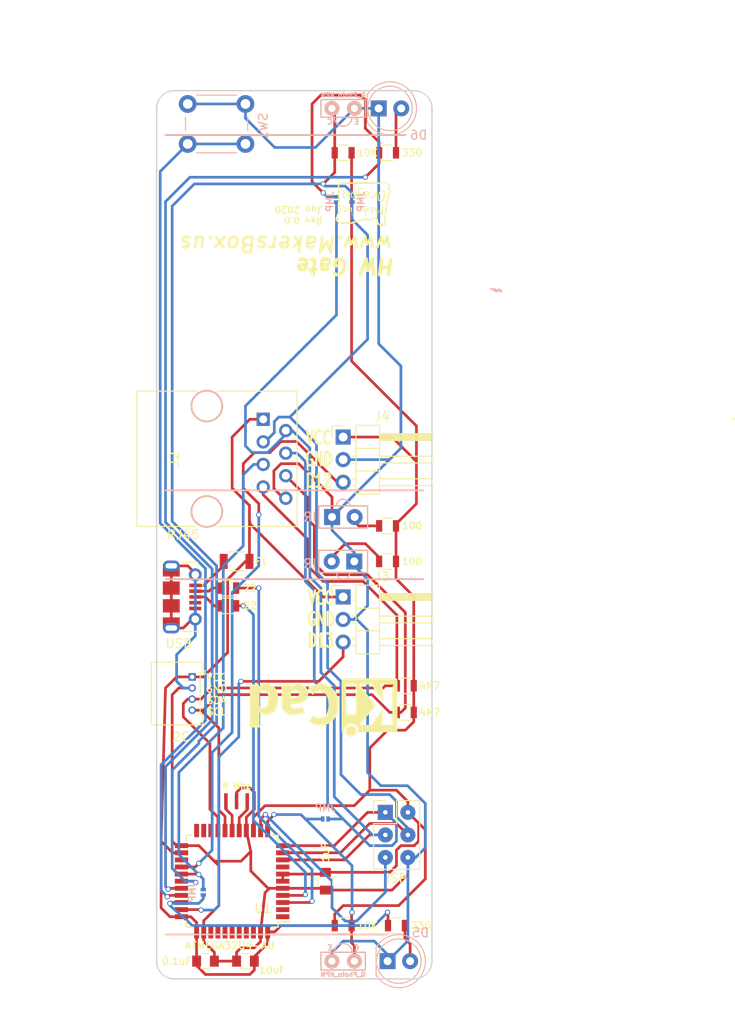
<source format=kicad_pcb>
(kicad_pcb (version 4) (host pcbnew 4.0.6)
  (title_block (title "Beetje 32U4 Blok") (date 2018-08-10) (rev 0.0) (company www.MakersBox.us) (comment 1 648.ken@gmail.com))
  (layers (0 F.Cu signal) (31 B.Cu signal) (34 B.Paste user) (35 F.Paste user) (36 B.SilkS user) (37 F.SilkS user) (38 B.Mask user) (39 F.Mask user) (44 Edge.Cuts user))
  (net 0 "")
  (net 1 GND)
  (net 2 /AREF)
  (net 3 /D6)
  (net 4 /D8)
  (net 5 /D13)
  (net 6 /D12)
  (net 7 /D11)
  (net 8 /D10)
  (net 9 /D9)
  (net 10 /D7)
  (net 11 /SCL)
  (net 12 /SDA)
  (net 13 /D1)
  (net 14 /D0)
  (net 15 /A0)
  (net 16 /A1)
  (net 17 /A2)
  (net 18 /A3)
  (net 19 /A4)
  (net 20 /A5)
  (net 21 /SCK)
  (net 22 /MOSI)
  (net 23 /MISO)
  (net 24 "Net-(U1-Pad2)")
  (net 25 "Net-(U1-Pad16)")
  (net 26 "Net-(U1-Pad17)")
  (net 27 /D5)
  (net 28 /~RESET)
  (net 29 /D+)
  (net 30 /D-)
  (net 31 VCC)
  (net 32 "Net-(F1-Pad2)")
  (net 33 "Net-(R6-Pad2)")
  (net 34 "Net-(R7-Pad2)")
  (net 35 "Net-(X1-Pad4)")
  (net 36 "Net-(D6-Pad2)")
  (net 37 "Net-(D7-Pad2)")
  (net 38 "Net-(D8-Pad2)")
  (net 39 "Net-(U1-Pad8)")
  (net 40 "Net-(U1-Pad22)")
  (net 41 "Net-(D5-Pad2)")
  (net 42 "Net-(U1-Pad25)")
  (module beetje_footprints:Pin_Header_Straight_2x03_Pitch2.54mm (layer F.Cu) (at 66.024 117.469)
    (fp_text reference CON1 hide)
    (fp_text value ISP (at 1.27 7.41) (layer F.SilkS))
    (pad 1 thru_hole rect (at 0 0) (size 1.7 1.7) (drill 0.508) (layers *.Cu F.Mask) (net 23 /MISO))
    (pad 2 thru_hole oval (at 2.54 0) (size 1.7 1.7) (drill 0.508) (layers *.Cu F.Mask) (net 31 VCC))
    (pad 3 thru_hole oval (at 0 2.54) (size 1.7 1.7) (drill 0.508) (layers *.Cu F.Mask) (net 21 /SCK))
    (pad 4 thru_hole oval (at 2.54 2.54) (size 1.7 1.7) (drill 0.508) (layers *.Cu F.Mask) (net 22 /MOSI))
    (pad 5 thru_hole oval (at 0 5.08) (size 1.7 1.7) (drill 0.508) (layers *.Cu F.Mask) (net 28 /~RESET))
    (pad 6 thru_hole oval (at 2.54 5.08) (size 1.7 1.7) (drill 0.508) (layers *.Cu F.Mask) (net 1 GND))
  )
  (module myFootPrints:MadeInOregonRev25 (layer B.Cu) (at 63.524 48.969)
    (fp_text reference VAL hide)
    (fp_text value MadeInOregonRev25 hide)
  )
  (module footprints:KiCad-Logo2_8mm_SilkScreen (layer F.Cu) (at 59.024 104.969 180)
    (fp_text reference REF*** hide)
    (fp_text value KiCad-Logo2_8mm_SilkScreen hide)
  )
  (module beetje_footprints:R_1206 (layer F.Cu) (at 49.274 89.219 180)
    (fp_text reference F1 (at -2.75 0 180) (layer F.SilkS) (effects (font (size 0.75 0.75))))
    (fp_text value Polyfuse)
    (pad 1 smd rect (at -1.45 0 180) (size 0.9 1.7) (layers F.Cu F.Paste F.Mask) (net 31 VCC))
    (pad 2 smd rect (at 1.45 0 180) (size 0.9 1.7) (layers F.Cu F.Paste F.Mask) (net 32 "Net-(F1-Pad2)"))
  )
  (module beetje_footprints:TQFP-44_10x10mm_Pitch0.8mm (layer F.Cu) (at 48.774 125.219 180)
    (fp_text reference U1 (at -3.4925 -3.048 180) (layer F.SilkS))
    (fp_text value ATMEGA32U4-AU (at 0.25 -7.25 180) (layer F.SilkS) (effects (font (size 0.8 0.8))))
    (pad 1 smd rect (at -5.7 -4 180) (size 1.5 0.55) (layers F.Cu F.Paste F.Mask) (net 10 /D7))
    (pad 2 smd rect (at -5.7 -3.2 180) (size 1.5 0.55) (layers F.Cu F.Paste F.Mask) (net 24 "Net-(U1-Pad2)"))
    (pad 3 smd rect (at -5.7 -2.4 180) (size 1.5 0.55) (layers F.Cu F.Paste F.Mask) (net 30 /D-))
    (pad 4 smd rect (at -5.7 -1.6 180) (size 1.5 0.55) (layers F.Cu F.Paste F.Mask) (net 29 /D+))
    (pad 5 smd rect (at -5.7 -0.8 180) (size 1.5 0.55) (layers F.Cu F.Paste F.Mask) (net 1 GND))
    (pad 6 smd rect (at -5.7 0 180) (size 1.5 0.55) (layers F.Cu F.Paste F.Mask) (net 31 VCC))
    (pad 7 smd rect (at -5.7 0.8 180) (size 1.5 0.55) (layers F.Cu F.Paste F.Mask) (net 31 VCC))
    (pad 8 smd rect (at -5.7 1.6 180) (size 1.5 0.55) (layers F.Cu F.Paste F.Mask) (net 39 "Net-(U1-Pad8)"))
    (pad 9 smd rect (at -5.7 2.4 180) (size 1.5 0.55) (layers F.Cu F.Paste F.Mask) (net 21 /SCK))
    (pad 10 smd rect (at -5.7 3.2 180) (size 1.5 0.55) (layers F.Cu F.Paste F.Mask) (net 22 /MOSI))
    (pad 11 smd rect (at -5.7 4 180) (size 1.5 0.55) (layers F.Cu F.Paste F.Mask) (net 23 /MISO))
    (pad 12 smd rect (at -4 5.7 270) (size 1.5 0.55) (layers F.Cu F.Paste F.Mask) (net 7 /D11))
    (pad 13 smd rect (at -3.2 5.7 270) (size 1.5 0.55) (layers F.Cu F.Paste F.Mask) (net 28 /~RESET))
    (pad 14 smd rect (at -2.4 5.7 270) (size 1.5 0.55) (layers F.Cu F.Paste F.Mask) (net 31 VCC))
    (pad 15 smd rect (at -1.6 5.7 270) (size 1.5 0.55) (layers F.Cu F.Paste F.Mask) (net 1 GND))
    (pad 16 smd rect (at -0.8 5.7 270) (size 1.5 0.55) (layers F.Cu F.Paste F.Mask) (net 25 "Net-(U1-Pad16)"))
    (pad 17 smd rect (at 0 5.7 270) (size 1.5 0.55) (layers F.Cu F.Paste F.Mask) (net 26 "Net-(U1-Pad17)"))
    (pad 18 smd rect (at 0.8 5.7 270) (size 1.5 0.55) (layers F.Cu F.Paste F.Mask) (net 11 /SCL))
    (pad 19 smd rect (at 1.6 5.7 270) (size 1.5 0.55) (layers F.Cu F.Paste F.Mask) (net 12 /SDA))
    (pad 20 smd rect (at 2.4 5.7 270) (size 1.5 0.55) (layers F.Cu F.Paste F.Mask) (net 14 /D0))
    (pad 21 smd rect (at 3.2 5.7 270) (size 1.5 0.55) (layers F.Cu F.Paste F.Mask) (net 13 /D1))
    (pad 22 smd rect (at 4 5.7 270) (size 1.5 0.55) (layers F.Cu F.Paste F.Mask) (net 40 "Net-(U1-Pad22)"))
    (pad 23 smd rect (at 5.7 4 180) (size 1.5 0.55) (layers F.Cu F.Paste F.Mask) (net 1 GND))
    (pad 24 smd rect (at 5.7 3.2 180) (size 1.5 0.55) (layers F.Cu F.Paste F.Mask) (net 31 VCC))
    (pad 25 smd rect (at 5.7 2.4 180) (size 1.5 0.55) (layers F.Cu F.Paste F.Mask) (net 42 "Net-(U1-Pad25)"))
    (pad 26 smd rect (at 5.7 1.6 180) (size 1.5 0.55) (layers F.Cu F.Paste F.Mask) (net 6 /D12))
    (pad 27 smd rect (at 5.7 0.8 180) (size 1.5 0.55) (layers F.Cu F.Paste F.Mask) (net 3 /D6))
    (pad 28 smd rect (at 5.7 0 180) (size 1.5 0.55) (layers F.Cu F.Paste F.Mask) (net 4 /D8))
    (pad 29 smd rect (at 5.7 -0.8 180) (size 1.5 0.55) (layers F.Cu F.Paste F.Mask) (net 9 /D9))
    (pad 30 smd rect (at 5.7 -1.6 180) (size 1.5 0.55) (layers F.Cu F.Paste F.Mask) (net 8 /D10))
    (pad 31 smd rect (at 5.7 -2.4 180) (size 1.5 0.55) (layers F.Cu F.Paste F.Mask) (net 27 /D5))
    (pad 32 smd rect (at 5.7 -3.2 180) (size 1.5 0.55) (layers F.Cu F.Paste F.Mask) (net 5 /D13))
    (pad 33 smd rect (at 5.7 -4 180) (size 1.5 0.55) (layers F.Cu F.Paste F.Mask) (net 31 VCC))
    (pad 34 smd rect (at 4 -5.7 270) (size 1.5 0.55) (layers F.Cu F.Paste F.Mask) (net 31 VCC))
    (pad 35 smd rect (at 3.2 -5.7 270) (size 1.5 0.55) (layers F.Cu F.Paste F.Mask) (net 1 GND))
    (pad 36 smd rect (at 2.4 -5.7 270) (size 1.5 0.55) (layers F.Cu F.Paste F.Mask) (net 15 /A0))
    (pad 37 smd rect (at 1.6 -5.7 270) (size 1.5 0.55) (layers F.Cu F.Paste F.Mask) (net 16 /A1))
    (pad 38 smd rect (at 0.8 -5.7 270) (size 1.5 0.55) (layers F.Cu F.Paste F.Mask) (net 17 /A2))
    (pad 39 smd rect (at 0 -5.7 270) (size 1.5 0.55) (layers F.Cu F.Paste F.Mask) (net 18 /A3))
    (pad 40 smd rect (at -0.8 -5.7 270) (size 1.5 0.55) (layers F.Cu F.Paste F.Mask) (net 19 /A4))
    (pad 41 smd rect (at -1.6 -5.7 270) (size 1.5 0.55) (layers F.Cu F.Paste F.Mask) (net 20 /A5))
    (pad 42 smd rect (at -2.4 -5.7 270) (size 1.5 0.55) (layers F.Cu F.Paste F.Mask) (net 2 /AREF))
    (pad 43 smd rect (at -3.2 -5.7 270) (size 1.5 0.55) (layers F.Cu F.Paste F.Mask) (net 1 GND))
    (pad 44 smd rect (at -4 -5.7 270) (size 1.5 0.55) (layers F.Cu F.Paste F.Mask) (net 31 VCC))
  )
  (module beetje_footprints:USB_Micro-B_Molex-105017-0001 (layer F.Cu) (at 42.274 93.219 270)
    (fp_text reference X1 hide)
    (fp_text value USB (at 5.25 -0.5 360) (layer F.SilkS))
    (pad 6 smd rect (at 1 0.35 270) (size 1.5 1.9) (layers F.Cu F.Paste F.Mask) (net 1 GND))
    (pad 6 thru_hole circle (at -2.5 -2.35 270) (size 1.45 1.45) (drill 0.85) (layers *.Cu *.Mask) (net 1 GND))
    (pad 2 smd rect (at -0.65 -2.35 270) (size 0.4 1.35) (layers F.Cu F.Paste F.Mask) (net 34 "Net-(R7-Pad2)"))
    (pad 1 smd rect (at -1.3 -2.35 270) (size 0.4 1.35) (layers F.Cu F.Paste F.Mask) (net 32 "Net-(F1-Pad2)"))
    (pad 5 smd rect (at 1.3 -2.35 270) (size 0.4 1.35) (layers F.Cu F.Paste F.Mask) (net 1 GND))
    (pad 4 smd rect (at 0.65 -2.35 270) (size 0.4 1.35) (layers F.Cu F.Paste F.Mask) (net 35 "Net-(X1-Pad4)"))
    (pad 3 smd rect (at 0 -2.35 270) (size 0.4 1.35) (layers F.Cu F.Paste F.Mask) (net 33 "Net-(R6-Pad2)"))
    (pad 6 thru_hole circle (at 2.5 -2.35 270) (size 1.45 1.45) (drill 0.85) (layers *.Cu *.Mask) (net 1 GND))
    (pad 6 smd rect (at -1 0.35 270) (size 1.5 1.9) (layers F.Cu F.Paste F.Mask) (net 1 GND))
    (pad 6 thru_hole oval (at -3.5 0.35 90) (size 1.2 1.9) (drill oval 0.6 1.3) (layers *.Cu *.Mask) (net 1 GND))
    (pad 6 thru_hole oval (at 3.5 0.35 270) (size 1.2 1.9) (drill oval 0.6 1.3) (layers *.Cu *.Mask) (net 1 GND))
    (pad 6 smd rect (at 2.9 0.35 270) (size 1.2 1.9) (layers F.Cu F.Mask) (net 1 GND))
    (pad 6 smd rect (at -2.9 0.35 270) (size 1.2 1.9) (layers F.Cu F.Mask) (net 1 GND))
  )
  (module beetje_footprints:Resonator_SMD_CTSC_1.3mmx3.2mm (layer F.Cu) (at 49.274 116.219)
    (fp_text reference Y1 hide)
    (fp_text value "8 Mhz" (at 0 -1.75) (layer F.SilkS) (effects (font (size 0.7 0.7))))
    (pad 1 smd rect (at -1.2 0) (size 0.4 1.8) (layers F.Cu F.Paste F.Mask) (net 26 "Net-(U1-Pad17)"))
    (pad 2 smd rect (at 0 0) (size 0.4 1.8) (layers F.Cu F.Paste F.Mask) (net 1 GND))
    (pad 3 smd rect (at 1.2 0) (size 0.4 1.8) (layers F.Cu F.Paste F.Mask) (net 25 "Net-(U1-Pad16)"))
  )
  (module Connectors_Molex:Molex_PicoBlade_53048-0410_04x1.25mm_Angled (layer F.Cu) (at 44.274 102.219 270)
    (fp_text reference J1 hide)
    (fp_text value I2C (at 6.75 1.5 360) (layer F.SilkS))
    (pad 1 thru_hole rect (at 0 0 270) (size 0.85 0.85) (drill 0.5) (layers *.Cu *.Mask) (net 31 VCC))
    (pad 2 thru_hole circle (at 1.25 0 270) (size 0.85 0.85) (drill 0.5) (layers *.Cu *.Mask) (net 1 GND))
    (pad 3 thru_hole circle (at 2.5 0 270) (size 0.85 0.85) (drill 0.5) (layers *.Cu *.Mask) (net 12 /SDA))
    (pad 4 thru_hole circle (at 3.75 0 270) (size 0.85 0.85) (drill 0.5) (layers *.Cu *.Mask) (net 11 /SCL))
  )
  (module Connectors:RJ45_8 (layer F.Cu) (at 52.274 73.219 270)
    (fp_text reference J2 (at 4.5 10 270) (layer F.SilkS))
    (fp_text value RJ45 (at 13 9 360) (layer F.SilkS))
    (pad Hole np_thru_hole circle (at 10.38 6.35 270) (size 3.65 3.65) (drill 3.25) (layers *.Cu *.SilkS *.Mask))
    (pad Hole np_thru_hole circle (at -1.49 6.35 270) (size 3.65 3.65) (drill 3.25) (layers *.Cu *.SilkS *.Mask))
    (pad 1 thru_hole rect (at 0 0 270) (size 1.5 1.5) (drill 0.9) (layers *.Cu *.Mask) (net 31 VCC))
    (pad 2 thru_hole circle (at 1.27 -2.54 270) (size 1.5 1.5) (drill 0.9) (layers *.Cu *.Mask) (net 21 /SCK))
    (pad 3 thru_hole circle (at 2.54 0 270) (size 1.5 1.5) (drill 0.9) (layers *.Cu *.Mask) (net 22 /MOSI))
    (pad 4 thru_hole circle (at 3.81 -2.54 270) (size 1.5 1.5) (drill 0.9) (layers *.Cu *.Mask) (net 23 /MISO))
    (pad 5 thru_hole circle (at 5.08 0 270) (size 1.5 1.5) (drill 0.9) (layers *.Cu *.Mask) (net 3 /D6))
    (pad 6 thru_hole circle (at 6.35 -2.54 270) (size 1.5 1.5) (drill 0.9) (layers *.Cu *.Mask) (net 11 /SCL))
    (pad 7 thru_hole circle (at 7.62 0 270) (size 1.5 1.5) (drill 0.9) (layers *.Cu *.Mask) (net 12 /SDA))
    (pad 8 thru_hole circle (at 8.89 -2.54 270) (size 1.5 1.5) (drill 0.9) (layers *.Cu *.Mask) (net 1 GND))
  )
  (module Buttons_Switches_THT:SW_PUSH_6mm (layer B.Cu) (at 50.274 37.719 180)
    (fp_text reference SW1 (at -2 -2.5 270) (layer B.SilkS) (effects (justify mirror)))
    (fp_text value D4)
    (pad 2 thru_hole circle (at 0 -4.5 90) (size 2 2) (drill 1.1) (layers *.Cu *.Mask) (net 8 /D10))
    (pad 1 thru_hole circle (at 0 0 90) (size 2 2) (drill 1.1) (layers *.Cu *.Mask) (net 1 GND))
    (pad 2 thru_hole circle (at 6.5 -4.5 90) (size 2 2) (drill 1.1) (layers *.Cu *.Mask) (net 8 /D10))
    (pad 1 thru_hole circle (at 6.5 0 90) (size 2 2) (drill 1.1) (layers *.Cu *.Mask) (net 1 GND))
  )
  (module footprints:PHOTOTRANS (layer B.Cu) (at 61.274 134.219)
    (fp_text reference Q2 hide)
    (fp_text value Q_Photo_NPN (at 0 1.5) (layer B.SilkS) (effects (font (size 0.508 0.508) (thickness 0.127)) (justify mirror)))
    (fp_text user E (at -1.5 -1.5) (layer B.SilkS) (effects (font (size 0.6 0.6)) (justify mirror)))
    (fp_text user C (at 1.5 -1.5) (layer B.SilkS) (effects (font (size 0.6 0.6)) (justify mirror)))
    (pad 2 thru_hole circle (at -1.27 0) (size 1.6764 1.6764) (drill 0.8128) (layers *.Cu *.Mask B.SilkS) (net 1 GND))
    (pad 1 thru_hole circle (at 1.27 0 315) (size 1.6764 1.6764) (drill 0.8128) (layers *.Cu *.Mask B.SilkS) (net 7 /D11))
  )
  (module footprints:PHOTOTRANS (layer B.Cu) (at 61.274 38.219 180)
    (fp_text reference Q1 hide)
    (fp_text value Q_Photo_NPN (at 0 1.5 180) (layer B.SilkS) (effects (font (size 0.508 0.508) (thickness 0.127)) (justify mirror)))
    (fp_text user E (at -1.5 -1.5 180) (layer B.SilkS) (effects (font (size 0.6 0.6)) (justify mirror)))
    (fp_text user C (at 1.5 -1.5 180) (layer B.SilkS) (effects (font (size 0.6 0.6)) (justify mirror)))
    (pad 2 thru_hole circle (at -1.27 0 180) (size 1.6764 1.6764) (drill 0.8128) (layers *.Cu *.Mask B.SilkS) (net 1 GND))
    (pad 1 thru_hole circle (at 1.27 0 135) (size 1.6764 1.6764) (drill 0.8128) (layers *.Cu *.Mask B.SilkS) (net 4 /D8))
  )
  (module footprints:IR_LED (layer B.Cu) (at 62.524 89.219 180)
    (fp_text reference D8 hide)
    (fp_text value IR (at 5 -0.25 180) (layer B.SilkS) (effects (justify mirror)))
    (pad 1 thru_hole rect (at 0 0 180) (size 1.8 1.8) (drill 0.9) (layers *.Cu *.Mask) (net 1 GND))
    (pad 2 thru_hole circle (at 2.54 0 180) (size 1.8 1.8) (drill 0.9) (layers *.Cu *.Mask) (net 38 "Net-(D8-Pad2)"))
  )
  (module footprints:IR_LED (layer B.Cu) (at 60.024 84.219)
    (fp_text reference D7 hide)
    (fp_text value IR (at -2.5 0) (layer B.SilkS) (effects (justify mirror)))
    (pad 1 thru_hole rect (at 0 0) (size 1.8 1.8) (drill 0.9) (layers *.Cu *.Mask) (net 1 GND))
    (pad 2 thru_hole circle (at 2.54 0) (size 1.8 1.8) (drill 0.9) (layers *.Cu *.Mask) (net 37 "Net-(D7-Pad2)"))
  )
  (module footprints:R_0805 (layer F.Cu) (at 68.274 106.219)
    (fp_text reference R4 hide)
    (fp_text value 4K7 (at 2.75 0) (layer F.SilkS) (effects (font (size 0.8 0.8))))
    (pad 1 smd rect (at -0.95 0) (size 0.7 1.3) (layers F.Cu F.Paste F.Mask) (net 11 /SCL))
    (pad 2 smd rect (at 0.95 0) (size 0.7 1.3) (layers F.Cu F.Paste F.Mask) (net 31 VCC))
  )
  (module footprints:R_0805 (layer F.Cu) (at 68.274 103.219)
    (fp_text reference R5 hide)
    (fp_text value 4K7 (at 2.75 0) (layer F.SilkS) (effects (font (size 0.8 0.8))))
    (pad 1 smd rect (at -0.95 0) (size 0.7 1.3) (layers F.Cu F.Paste F.Mask) (net 12 /SDA))
    (pad 2 smd rect (at 0.95 0) (size 0.7 1.3) (layers F.Cu F.Paste F.Mask) (net 31 VCC))
  )
  (module footprints:R_0805 (layer F.Cu) (at 48.274 94.219 180)
    (fp_text reference R6 hide)
    (fp_text value 22 (at -2.5 0 180) (layer F.SilkS) (effects (font (size 0.8 0.8))))
    (pad 1 smd rect (at -0.95 0 180) (size 0.7 1.3) (layers F.Cu F.Paste F.Mask) (net 29 /D+))
    (pad 2 smd rect (at 0.95 0 180) (size 0.7 1.3) (layers F.Cu F.Paste F.Mask) (net 33 "Net-(R6-Pad2)"))
  )
  (module footprints:R_0805 (layer F.Cu) (at 48.274 92.219 180)
    (fp_text reference R7 hide)
    (fp_text value 22 (at -2.5 0 180) (layer F.SilkS) (effects (font (size 0.8 0.8))))
    (pad 1 smd rect (at -0.95 0 180) (size 0.7 1.3) (layers F.Cu F.Paste F.Mask) (net 30 /D-))
    (pad 2 smd rect (at 0.95 0 180) (size 0.7 1.3) (layers F.Cu F.Paste F.Mask) (net 34 "Net-(R7-Pad2)"))
  )
  (module footprints:R_0805 (layer F.Cu) (at 66.274 89.219)
    (fp_text reference R10 hide)
    (fp_text value 100 (at 2.75 0) (layer F.SilkS) (effects (font (size 0.8 0.8))))
    (pad 1 smd rect (at -0.95 0) (size 0.7 1.3) (layers F.Cu F.Paste F.Mask) (net 38 "Net-(D8-Pad2)"))
    (pad 2 smd rect (at 0.95 0) (size 0.7 1.3) (layers F.Cu F.Paste F.Mask) (net 31 VCC))
  )
  (module footprints:R_0805 (layer F.Cu) (at 66.274 85.219)
    (fp_text reference R11 hide)
    (fp_text value 100 (at 2.75 0) (layer F.SilkS) (effects (font (size 0.8 0.8))))
    (pad 1 smd rect (at -0.95 0) (size 0.7 1.3) (layers F.Cu F.Paste F.Mask) (net 37 "Net-(D7-Pad2)"))
    (pad 2 smd rect (at 0.95 0) (size 0.7 1.3) (layers F.Cu F.Paste F.Mask) (net 31 VCC))
  )
  (module footprints:R_0805 (layer F.Cu) (at 61.274 130.219 180)
    (fp_text reference R12 hide)
    (fp_text value 10K (at -2.75 0 180) (layer F.SilkS) (effects (font (size 0.8 0.8))))
    (pad 1 smd rect (at -0.95 0 180) (size 0.7 1.3) (layers F.Cu F.Paste F.Mask) (net 7 /D11))
    (pad 2 smd rect (at 0.95 0 180) (size 0.7 1.3) (layers F.Cu F.Paste F.Mask) (net 31 VCC))
  )
  (module footprints:R_0805 (layer F.Cu) (at 67.274 130.219 180)
    (fp_text reference R13 hide)
    (fp_text value 330 (at -2.75 0 180) (layer F.SilkS) (effects (font (size 0.8 0.8))))
    (pad 1 smd rect (at -0.95 0 180) (size 0.7 1.3) (layers F.Cu F.Paste F.Mask) (net 41 "Net-(D5-Pad2)"))
    (pad 2 smd rect (at 0.95 0 180) (size 0.7 1.3) (layers F.Cu F.Paste F.Mask) (net 27 /D5))
  )
  (module footprints:R_0805 (layer F.Cu) (at 66.274 43.219 180)
    (fp_text reference R14 hide)
    (fp_text value 330 (at -2.75 0 180) (layer F.SilkS) (effects (font (size 0.8 0.8))))
    (pad 1 smd rect (at -0.95 0 180) (size 0.7 1.3) (layers F.Cu F.Paste F.Mask) (net 36 "Net-(D6-Pad2)"))
    (pad 2 smd rect (at 0.95 0 180) (size 0.7 1.3) (layers F.Cu F.Paste F.Mask) (net 9 /D9))
  )
  (module footprints:R_0805 (layer F.Cu) (at 61.274 43.219)
    (fp_text reference R9 hide)
    (fp_text value 10K (at 2.75 0) (layer F.SilkS) (effects (font (size 0.8 0.8))))
    (pad 1 smd rect (at -0.95 0) (size 0.7 1.3) (layers F.Cu F.Paste F.Mask) (net 4 /D8))
    (pad 2 smd rect (at 0.95 0) (size 0.7 1.3) (layers F.Cu F.Paste F.Mask) (net 31 VCC))
  )
  (module footprints:C_0805 (layer F.Cu) (at 45.774 134.219)
    (fp_text reference C1 hide)
    (fp_text value 0.1uF (at -3.25 0) (layer F.SilkS) (effects (font (size 0.8 0.8))))
    (pad 1 smd rect (at -1 0) (size 1 1.25) (layers F.Cu F.Paste F.Mask) (net 31 VCC))
    (pad 2 smd rect (at 1 0) (size 1 1.25) (layers F.Cu F.Paste F.Mask) (net 1 GND))
  )
  (module footprints:C_0805 (layer F.Cu) (at 50.274 134.219 180)
    (fp_text reference C3 hide)
    (fp_text value 10uF (at -3 -1 180) (layer F.SilkS) (effects (font (size 0.8 0.8))))
    (pad 1 smd rect (at -1 0 180) (size 1 1.25) (layers F.Cu F.Paste F.Mask) (net 31 VCC))
    (pad 2 smd rect (at 1 0 180) (size 1 1.25) (layers F.Cu F.Paste F.Mask) (net 1 GND))
  )
  (module footprints:C_0805 (layer F.Cu) (at 59.274 125.219 270)
    (fp_text reference C2 hide)
    (fp_text value 1uF (at -3.25 0 270) (layer F.SilkS) (effects (font (size 0.8 0.8))))
    (pad 1 smd rect (at -1 0 270) (size 1 1.25) (layers F.Cu F.Paste F.Mask) (net 31 VCC))
    (pad 2 smd rect (at 1 0 270) (size 1 1.25) (layers F.Cu F.Paste F.Mask) (net 1 GND))
  )
  (module LEDs:LED_D5.0mm (layer B.Cu) (at 65.274 38.219)
    (fp_text reference D6 (at 4.5 3) (layer B.SilkS) (effects (justify mirror)))
    (fp_text value LED)
    (pad 1 thru_hole rect (at 0 0) (size 1.8 1.8) (drill 0.9) (layers *.Cu *.Mask) (net 1 GND))
    (pad 2 thru_hole circle (at 2.54 0) (size 1.8 1.8) (drill 0.9) (layers *.Cu *.Mask) (net 36 "Net-(D6-Pad2)"))
  )
  (module LEDs:LED_D5.0mm (layer B.Cu) (at 66.274 134.219)
    (fp_text reference D5 (at 3.7 -3.2) (layer B.SilkS) (effects (justify mirror)))
    (fp_text value LED)
    (pad 1 thru_hole rect (at 0 0) (size 1.8 1.8) (drill 0.9) (layers *.Cu *.Mask) (net 1 GND))
    (pad 2 thru_hole circle (at 2.54 0) (size 1.8 1.8) (drill 0.9) (layers *.Cu *.Mask) (net 41 "Net-(D5-Pad2)"))
  )
  (module footprints:Jumper (layer B.Cu) (at 59.274 118.219)
    (fp_text reference R8 hide)
    (fp_text value JMP (at 0 -1.25) (layer B.SilkS) (effects (font (size 0.8 0.8)) (justify mirror)))
    (pad 1 smd rect (at -0.3 0) (size 0.4 0.6) (layers B.Cu B.Paste B.Mask) (net 7 /D11))
    (pad 2 smd rect (at 0.3 0) (size 0.4 0.6) (layers B.Cu B.Paste B.Mask) (net 23 /MISO))
  )
  (module footprints:Jumper (layer B.Cu) (at 60.524 48.469 270)
    (fp_text reference R3 hide)
    (fp_text value JMP (at 0.25 0.75 270) (layer B.SilkS) (effects (font (size 0.8 0.8)) (justify mirror)))
    (pad 1 smd rect (at -0.3 0 270) (size 0.4 0.6) (layers B.Cu B.Paste B.Mask) (net 9 /D9))
    (pad 2 smd rect (at 0.3 0 270) (size 0.4 0.6) (layers B.Cu B.Paste B.Mask) (net 21 /SCK))
  )
  (module footprints:Jumper (layer B.Cu) (at 45.524 126.469 90)
    (fp_text reference R2 hide)
    (fp_text value JMP (at 0 -1.25 90) (layer B.SilkS) (effects (font (size 0.8 0.8)) (justify mirror)))
    (pad 1 smd rect (at -0.3 0 90) (size 0.4 0.6) (layers B.Cu B.Paste B.Mask) (net 27 /D5))
    (pad 2 smd rect (at 0.3 0 90) (size 0.4 0.6) (layers B.Cu B.Paste B.Mask) (net 3 /D6))
  )
  (module footprints:Jumper (layer B.Cu) (at 62.274 48.469 270)
    (fp_text reference R1 hide)
    (fp_text value JMP (at 0.25 -1 270) (layer B.SilkS) (effects (font (size 0.8 0.8)) (justify mirror)))
    (pad 1 smd rect (at -0.3 0 270) (size 0.4 0.6) (layers B.Cu B.Paste B.Mask) (net 4 /D8))
    (pad 2 smd rect (at 0.3 0 270) (size 0.4 0.6) (layers B.Cu B.Paste B.Mask) (net 22 /MOSI))
  )
  (module footprints:3.5mmHole (layer F.Cu) (at 54.274 111.219)
    (fp_text reference REF** hide)
    (fp_text value 3.5Hole)
    (pad "" np_thru_hole circle (at 0 0) (size 3.5 3.5) (drill 3.5) (layers *.Cu))
  )
  (module footprints:3.5mmHole (layer F.Cu) (at 68.274 111.219)
    (fp_text reference REF** hide)
    (fp_text value 3.5Hole)
    (pad "" np_thru_hole circle (at 0 0) (size 3.5 3.5) (drill 3.5) (layers *.Cu))
  )
  (module footprints:3.5mmHole (layer F.Cu) (at 54.274 61.219)
    (fp_text reference REF** hide)
    (fp_text value 3.5Hole)
    (pad "" np_thru_hole circle (at 0 0) (size 3.5 3.5) (drill 3.5) (layers *.Cu))
  )
  (module footprints:3.5mmHole (layer F.Cu) (at 68.274 61.219)
    (fp_text reference REF** hide)
    (fp_text value 3.5Hole)
    (pad "" np_thru_hole circle (at 0 0) (size 3.5 3.5) (drill 3.5) (layers *.Cu))
  )
  (module footprints:3.5mmHole (layer F.Cu) (at 55.274 96.219)
    (fp_text reference REF** hide)
    (fp_text value 3.5Hole)
    (pad "" np_thru_hole circle (at 0 0) (size 3.5 3.5) (drill 3.5) (layers *.Cu))
  )
  (module footprints:3.5mmHole (layer F.Cu) (at 55.274 39.219)
    (fp_text reference REF** hide)
    (fp_text value 3.5Hole)
    (pad "" np_thru_hole circle (at 0 0) (size 3.5 3.5) (drill 3.5) (layers *.Cu))
  )
  (module footprints:3.5mmHole (layer F.Cu) (at 55.274 133.219)
    (fp_text reference REF** hide)
    (fp_text value 3.5Hole)
    (pad "" np_thru_hole circle (at 0 0) (size 3.5 3.5) (drill 3.5) (layers *.Cu))
  )
  (module Pin_Headers:Pin_Header_Angled_1x03_Pitch2.54mm (layer F.Cu) (at 61.274 93.219)
    (fp_text reference J3 (at 4.385 -2.27) (layer F.SilkS))
    (fp_text value SERVO_1)
    (pad 1 thru_hole rect (at 0 0) (size 1.7 1.7) (drill 1) (layers *.Cu *.Mask) (net 31 VCC))
    (pad 2 thru_hole oval (at 0 2.54) (size 1.7 1.7) (drill 1) (layers *.Cu *.Mask) (net 1 GND))
    (pad 3 thru_hole oval (at 0 5.08) (size 1.7 1.7) (drill 1) (layers *.Cu *.Mask) (net 5 /D13))
  )
  (module Pin_Headers:Pin_Header_Angled_1x03_Pitch2.54mm (layer F.Cu) (at 61.274 75.219)
    (fp_text reference J4 (at 4.385 -2.27) (layer F.SilkS))
    (fp_text value SERVO)
    (pad 1 thru_hole rect (at 0 0) (size 1.7 1.7) (drill 1) (layers *.Cu *.Mask) (net 31 VCC))
    (pad 2 thru_hole oval (at 0 2.54) (size 1.7 1.7) (drill 1) (layers *.Cu *.Mask) (net 1 GND))
    (pad 3 thru_hole oval (at 0 5.08) (size 1.7 1.7) (drill 1) (layers *.Cu *.Mask) (net 6 /D12))
  )
  (gr_line (start 41.274 41.219) (end 68.274 41.219) (angle 90) (layer B.SilkS) (width 0.2))
  (gr_line (start 70.274 81.219) (end 41.274 81.219) (angle 90) (layer B.SilkS) (width 0.2))
  (gr_line (start 41.274 91.219) (end 70.274 91.219) (angle 90) (layer B.SilkS) (width 0.2))
  (gr_line (start 41.274 131.219) (end 66.274 131.219) (angle 90) (layer B.SilkS) (width 0.2))
  (gr_text "VCC\nGND\nD12" (at 58.524 77.719) (layer F.SilkS) (effects (font (size 1.5 1) (thickness 0.25))))
  (gr_text "VCC\nGND\nD13" (at 58.774 95.719) (layer F.SilkS) (effects (font (size 1.5 1) (thickness 0.25))))
  (gr_line (start 40.274 38.219) (end 40.274 134.219) (angle 90) (layer Edge.Cuts) (width 0.15))
  (gr_line (start 69.274 36.219) (end 42.274 36.219) (angle 90) (layer Edge.Cuts) (width 0.15))
  (gr_line (start 71.274 134.219) (end 71.274 38.219) (angle 90) (layer Edge.Cuts) (width 0.15))
  (gr_line (start 42.274 136.219) (end 69.274 136.219) (angle 90) (layer Edge.Cuts) (width 0.15))
  (gr_arc (start 42.274 134.219) (end 42.274 136.219) (angle 90) (layer Edge.Cuts) (width 0.15))
  (gr_arc (start 69.274 134.219) (end 71.274 134.219) (angle 90) (layer Edge.Cuts) (width 0.15))
  (gr_arc (start 69.274 38.219) (end 69.274 36.219) (angle 90) (layer Edge.Cuts) (width 0.15))
  (gr_arc (start 42.274 38.219) (end 40.274 38.219) (angle 90) (layer Edge.Cuts) (width 0.15))
  (gr_text "VCC\nGND\nSDA\nSCL" (at 47.024 104.219) (layer F.SilkS) (effects (font (size 0.8 0.8))))
  (gr_line (start 105.306 73.156) (end 105.179 73.156) (angle 90) (layer F.SilkS) (width 0.2))
  (gr_line (start 105.179 73.156) (end 105.306 73.156) (angle 90) (layer F.SilkS) (width 0.2))
  (gr_text "Rev 0.0\nJun 2020" (at 59.024 50.219 180) (layer F.SilkS) (effects (font (size 0.75 0.75)) (justify left)))
  (gr_text www.MakersBox.us (at 67.024 53.469 180) (layer F.SilkS) (effects (font (size 1.75 1.75) (thickness 0.3) italic) (justify left)))
  (gr_text "HW Gate\n" (at 67.274 55.969 180) (layer F.SilkS) (effects (font (size 1.75 1.75) (thickness 0.4) italic) (justify left)))
  (gr_text ~ (at 78.636 58.678) (layer B.SilkS) (effects (font (size 1.5 1.5) (thickness 0.3)) (justify mirror)))
  (gr_text ~ (at 78.128 58.551) (layer B.SilkS) (effects (font (size 1 1) (thickness 0.2)) (justify mirror)))
  (segment (start 61.274 77.759) (end 66.484 77.759) (width 0.3048) (layer B.Cu) (net 1))
  (segment (start 66.484 77.759) (end 66.524 77.719) (width 0.3048) (layer B.Cu) (net 1))
  (segment (start 61.274 95.759) (end 62.814 95.759) (width 0.3048) (layer B.Cu) (net 1))
  (segment (start 64.024 112.969) (end 65.524 114.469) (width 0.3048) (layer B.Cu) (net 1))
  (segment (start 64.024 96.969) (end 64.024 112.969) (width 0.3048) (layer B.Cu) (net 1))
  (segment (start 62.814 95.759) (end 64.024 96.969) (width 0.3048) (layer B.Cu) (net 1))
  (segment (start 62.524 89.219) (end 62.524 89.719) (width 0.3048) (layer B.Cu) (net 1))
  (segment (start 62.524 89.719) (end 64.024 91.219) (width 0.3048) (layer B.Cu) (net 1))
  (segment (start 62.484 95.759) (end 61.274 95.759) (width 0.3048) (layer B.Cu) (net 1))
  (segment (start 64.024 94.219) (end 62.484 95.759) (width 0.3048) (layer B.Cu) (net 1))
  (segment (start 64.024 91.219) (end 64.024 94.219) (width 0.3048) (layer B.Cu) (net 1))
  (segment (start 68.524 114.469) (end 70.524 116.469) (width 0.3048) (layer B.Cu) (net 1))
  (segment (start 70.524 121.469) (end 70.524 116.469) (width 0.3048) (layer B.Cu) (net 1))
  (segment (start 69.444 122.549) (end 70.524 121.469) (width 0.3048) (layer B.Cu) (net 1))
  (segment (start 68.564 122.549) (end 69.444 122.549) (width 0.3048) (layer B.Cu) (net 1))
  (segment (start 65.524 114.469) (end 68.524 114.469) (width 0.3048) (layer B.Cu) (net 1))
  (segment (start 50.274 37.719) (end 50.274 39.319) (width 0.3048) (layer B.Cu) (net 1))
  (segment (start 58.144 42.619) (end 62.544 38.219) (width 0.3048) (layer B.Cu) (net 1))
  (segment (start 53.574 42.619) (end 58.144 42.619) (width 0.3048) (layer B.Cu) (net 1))
  (segment (start 50.274 39.319) (end 53.574 42.619) (width 0.3048) (layer B.Cu) (net 1))
  (segment (start 51.974 130.919) (end 51.974 132.019) (width 0.3048) (layer F.Cu) (net 1))
  (segment (start 49.274 133.219) (end 49.274 134.219) (width 0.3048) (layer F.Cu) (net 1))
  (segment (start 49.774 132.719) (end 49.274 133.219) (width 0.3048) (layer F.Cu) (net 1))
  (segment (start 51.274 132.719) (end 49.774 132.719) (width 0.3048) (layer F.Cu) (net 1))
  (segment (start 51.974 132.019) (end 51.274 132.719) (width 0.3048) (layer F.Cu) (net 1))
  (segment (start 45.574 130.919) (end 45.574 132.019) (width 0.3048) (layer F.Cu) (net 1))
  (segment (start 46.774 133.219) (end 46.774 134.219) (width 0.3048) (layer F.Cu) (net 1))
  (segment (start 45.574 132.019) (end 46.774 133.219) (width 0.3048) (layer F.Cu) (net 1))
  (segment (start 45.574 130.919) (end 45.574 129.669) (width 0.3048) (layer F.Cu) (net 1))
  (segment (start 47.274 123.469) (end 46.774 122.969) (width 0.3048) (layer F.Cu) (net 1))
  (segment (start 47.274 127.969) (end 47.274 123.469) (width 0.3048) (layer F.Cu) (net 1))
  (segment (start 46.074 129.169) (end 47.274 127.969) (width 0.3048) (layer F.Cu) (net 1))
  (segment (start 45.574 129.669) (end 46.074 129.169) (width 0.3048) (layer F.Cu) (net 1))
  (segment (start 51.274 117.005102) (end 51.274 117.119) (width 0.3048) (layer F.Cu) (net 1))
  (segment (start 51.274 117.005102) (end 51.274 115.219) (width 0.3048) (layer F.Cu) (net 1))
  (segment (start 51.274 115.219) (end 50.774 114.719) (width 0.3048) (layer F.Cu) (net 1))
  (segment (start 50.774 114.719) (end 49.774 114.719) (width 0.3048) (layer F.Cu) (net 1))
  (segment (start 49.774 114.719) (end 49.274 115.219) (width 0.3048) (layer F.Cu) (net 1))
  (segment (start 49.274 116.219) (end 49.274 115.219) (width 0.3048) (layer F.Cu) (net 1))
  (segment (start 50.374 118.019) (end 50.374 119.519) (width 0.3048) (layer F.Cu) (net 1))
  (segment (start 51.274 117.119) (end 50.374 118.019) (width 0.3048) (layer F.Cu) (net 1))
  (segment (start 67.774 68.469) (end 67.774 67.219) (width 0.3048) (layer B.Cu) (net 1))
  (segment (start 60.024 84.219) (end 66.524 77.719) (width 0.3048) (layer B.Cu) (net 1))
  (segment (start 66.524 77.719) (end 67.774 76.469) (width 0.3048) (layer B.Cu) (net 1))
  (segment (start 67.774 68.469) (end 67.774 74.719) (width 0.3048) (layer B.Cu) (net 1))
  (segment (start 67.774 74.719) (end 67.774 76.469) (width 0.3048) (layer B.Cu) (net 1))
  (segment (start 65.274 64.719) (end 65.274 40.469) (width 0.3048) (layer B.Cu) (net 1))
  (segment (start 67.774 67.219) (end 65.274 64.719) (width 0.3048) (layer B.Cu) (net 1))
  (segment (start 65.274 38.219) (end 65.274 40.469) (width 0.3048) (layer B.Cu) (net 1))
  (segment (start 65.274 40.469) (end 65.274 40.719) (width 0.3048) (layer B.Cu) (net 1))
  (segment (start 44.624 95.719) (end 44.624 94.519) (width 0.3048) (layer F.Cu) (net 1))
  (segment (start 54.814 82.109) (end 54.564 82.109) (width 0.3048) (layer F.Cu) (net 1))
  (segment (start 54.564 82.109) (end 53.474 81.019) (width 0.3048) (layer F.Cu) (net 1))
  (segment (start 53.474 81.019) (end 53.474 79.019) (width 0.3048) (layer F.Cu) (net 1))
  (segment (start 53.474 79.019) (end 54.274 78.219) (width 0.3048) (layer F.Cu) (net 1))
  (segment (start 54.274 78.219) (end 56.274 78.219) (width 0.3048) (layer F.Cu) (net 1))
  (segment (start 56.274 78.219) (end 60.024 81.969) (width 0.3048) (layer F.Cu) (net 1))
  (segment (start 60.024 81.969) (end 60.024 84.219) (width 0.3048) (layer F.Cu) (net 1))
  (segment (start 44.624 90.719) (end 44.624 90.569) (width 0.3048) (layer F.Cu) (net 1))
  (segment (start 44.624 90.569) (end 43.774 89.719) (width 0.3048) (layer F.Cu) (net 1))
  (segment (start 43.774 89.719) (end 41.924 89.719) (width 0.3048) (layer F.Cu) (net 1))
  (segment (start 44.624 95.719) (end 44.274 95.719) (width 0.3048) (layer F.Cu) (net 1))
  (segment (start 44.274 95.719) (end 43.274 96.719) (width 0.3048) (layer F.Cu) (net 1))
  (segment (start 43.274 96.719) (end 41.924 96.719) (width 0.3048) (layer F.Cu) (net 1))
  (segment (start 41.924 92.219) (end 41.924 90.319) (width 0.3048) (layer F.Cu) (net 1))
  (segment (start 41.924 90.319) (end 41.924 89.719) (width 0.3048) (layer F.Cu) (net 1))
  (segment (start 41.924 94.219) (end 41.924 92.219) (width 0.3048) (layer F.Cu) (net 1))
  (segment (start 41.924 96.719) (end 41.924 94.219) (width 0.3048) (layer F.Cu) (net 1))
  (segment (start 41.924 96.719) (end 41.924 96.119) (width 0.3048) (layer F.Cu) (net 1))
  (segment (start 50.274 37.719) (end 43.774 37.719) (width 0.3048) (layer B.Cu) (net 1))
  (segment (start 62.544 38.219) (end 62.524 38.219) (width 0.3048) (layer B.Cu) (net 1))
  (segment (start 65.274 38.219) (end 62.544 38.219) (width 0.3048) (layer B.Cu) (net 1))
  (segment (start 60.024 84.219) (end 60.024 83.469) (width 0.3048) (layer B.Cu) (net 1))
  (segment (start 62.524 89.219) (end 62.524 88.219) (width 0.3048) (layer B.Cu) (net 1))
  (segment (start 60.024 85.719) (end 60.024 84.219) (width 0.3048) (layer B.Cu) (net 1))
  (segment (start 62.524 88.219) (end 60.024 85.719) (width 0.3048) (layer B.Cu) (net 1))
  (segment (start 66.274 134.219) (end 66.274 133.469) (width 0.3048) (layer B.Cu) (net 1))
  (segment (start 66.274 133.469) (end 64.774 131.969) (width 0.3048) (layer B.Cu) (net 1))
  (segment (start 60.004 133.239) (end 60.004 134.219) (width 0.3048) (layer B.Cu) (net 1))
  (segment (start 61.274 131.969) (end 60.004 133.239) (width 0.3048) (layer B.Cu) (net 1))
  (segment (start 64.774 131.969) (end 61.274 131.969) (width 0.3048) (layer B.Cu) (net 1))
  (segment (start 68.564 122.549) (end 68.564 131.929) (width 0.3048) (layer B.Cu) (net 1))
  (segment (start 68.564 131.929) (end 66.274 134.219) (width 0.3048) (layer B.Cu) (net 1))
  (segment (start 51.974 130.919) (end 52.474 126.519) (width 0.3048) (layer F.Cu) (net 1))
  (segment (start 52.474 126.519) (end 52.974 126.019) (width 0.3048) (layer F.Cu) (net 1))
  (segment (start 54.474 126.019) (end 52.974 126.019) (width 0.3048) (layer F.Cu) (net 1))
  (segment (start 52.974 126.019) (end 52.824 126.019) (width 0.3048) (layer F.Cu) (net 1))
  (segment (start 52.824 126.019) (end 50.874 124.069) (width 0.3048) (layer F.Cu) (net 1))
  (segment (start 50.874 124.069) (end 50.874 121.869) (width 0.3048) (layer F.Cu) (net 1))
  (segment (start 50.374 119.519) (end 50.874 121.869) (width 0.3048) (layer F.Cu) (net 1))
  (segment (start 45.024 121.219) (end 43.074 121.219) (width 0.3048) (layer F.Cu) (net 1))
  (segment (start 46.774 122.969) (end 45.024 121.219) (width 0.3048) (layer F.Cu) (net 1))
  (segment (start 50.874 121.869) (end 49.774 122.969) (width 0.3048) (layer F.Cu) (net 1))
  (segment (start 49.774 122.969) (end 46.774 122.969) (width 0.3048) (layer F.Cu) (net 1))
  (segment (start 44.274 103.469) (end 42.774 103.469) (width 0.3048) (layer F.Cu) (net 1))
  (segment (start 42.774 103.469) (end 42.024 104.219) (width 0.3048) (layer F.Cu) (net 1))
  (segment (start 42.024 104.219) (end 42.024 120.719) (width 0.3048) (layer F.Cu) (net 1))
  (segment (start 42.024 120.719) (end 42.524 121.219) (width 0.3048) (layer F.Cu) (net 1))
  (segment (start 42.524 121.219) (end 43.074 121.219) (width 0.3048) (layer F.Cu) (net 1))
  (segment (start 44.624 95.719) (end 44.624 90.719) (width 0.3048) (layer B.Cu) (net 1))
  (segment (start 44.624 95.719) (end 44.624 97.619) (width 0.3048) (layer B.Cu) (net 1))
  (segment (start 43.274 103.469) (end 44.274 103.469) (width 0.3048) (layer B.Cu) (net 1))
  (segment (start 42.524 102.719) (end 43.274 103.469) (width 0.3048) (layer B.Cu) (net 1))
  (segment (start 42.524 99.719) (end 42.524 102.719) (width 0.3048) (layer B.Cu) (net 1))
  (segment (start 44.624 97.619) (end 42.524 99.719) (width 0.3048) (layer B.Cu) (net 1))
  (segment (start 46.774 134.219) (end 49.274 134.219) (width 0.3048) (layer F.Cu) (net 1))
  (segment (start 59.274 126.219) (end 66.774 126.219) (width 0.3048) (layer F.Cu) (net 1))
  (segment (start 68.564 124.429) (end 68.564 122.549) (width 0.3048) (layer F.Cu) (net 1))
  (segment (start 66.774 126.219) (end 68.564 124.429) (width 0.3048) (layer F.Cu) (net 1))
  (segment (start 54.474 126.019) (end 59.074 126.019) (width 0.3048) (layer F.Cu) (net 1))
  (segment (start 59.074 126.019) (end 59.274 126.219) (width 0.3048) (layer F.Cu) (net 1))
  (segment (start 49.474 134.019) (end 49.274 134.219) (width 0.3048) (layer F.Cu) (net 1))
  (segment (start 45.524 126.169) (end 45.524 124.969) (width 0.3048) (layer B.Cu) (net 3))
  (segment (start 45.524 124.969) (end 45.024 124.469) (width 0.3048) (layer B.Cu) (net 3))
  (segment (start 43.074 124.419) (end 44.974 124.419) (width 0.3048) (layer F.Cu) (net 3))
  (segment (start 51.194 78.299) (end 52.274 78.299) (width 0.3048) (layer B.Cu) (net 3))
  (segment (start 50.024 79.469) (end 51.194 78.299) (width 0.3048) (layer B.Cu) (net 3))
  (segment (start 50.024 87.469) (end 50.024 79.469) (width 0.3048) (layer B.Cu) (net 3))
  (segment (start 47.774 89.719) (end 50.024 87.469) (width 0.3048) (layer B.Cu) (net 3))
  (segment (start 47.774 107.969) (end 47.774 89.719) (width 0.3048) (layer B.Cu) (net 3))
  (segment (start 42.774 112.969) (end 47.774 107.969) (width 0.3048) (layer B.Cu) (net 3))
  (segment (start 42.774 122.219) (end 42.774 112.969) (width 0.3048) (layer B.Cu) (net 3))
  (segment (start 45.024 124.469) (end 42.774 122.219) (width 0.3048) (layer B.Cu) (net 3))
  (via (at 45.024 124.469) (size 0.6) (drill 0.4) (layers F.Cu B.Cu) (net 3))
  (segment (start 44.974 124.419) (end 45.024 124.469) (width 0.3048) (layer F.Cu) (net 3))
  (segment (start 52.274 78.299) (end 52.274 78.419) (width 0.3048) (layer B.Cu) (net 3))
  (segment (start 43.074 125.219) (end 44.524 125.219) (width 0.3048) (layer F.Cu) (net 4))
  (segment (start 44.524 125.219) (end 44.674 125.369) (width 0.3048) (layer F.Cu) (net 4))
  (via (at 44.674 125.369) (size 0.6) (drill 0.4) (layers F.Cu B.Cu) (net 4))
  (segment (start 44.674 125.369) (end 44.524 125.219) (width 0.3048) (layer B.Cu) (net 4))
  (segment (start 44.524 125.219) (end 43.474 125.219) (width 0.3048) (layer B.Cu) (net 4))
  (segment (start 43.474 125.219) (end 42.024 123.769) (width 0.3048) (layer B.Cu) (net 4))
  (segment (start 42.024 123.769) (end 42.024 121.969) (width 0.3048) (layer B.Cu) (net 4))
  (segment (start 62.274 48.169) (end 62.274 47.719) (width 0.3048) (layer B.Cu) (net 4))
  (segment (start 59.274 46.969) (end 59.024 46.719) (width 0.3048) (layer B.Cu) (net 4))
  (segment (start 61.524 46.969) (end 59.274 46.969) (width 0.3048) (layer B.Cu) (net 4))
  (segment (start 62.274 47.719) (end 61.524 46.969) (width 0.3048) (layer B.Cu) (net 4))
  (segment (start 60.324 43.219) (end 60.324 38.539) (width 0.3048) (layer F.Cu) (net 4))
  (segment (start 60.324 38.539) (end 60.004 38.219) (width 0.3048) (layer F.Cu) (net 4))
  (segment (start 60.324 45.419) (end 60.324 43.219) (width 0.3048) (layer F.Cu) (net 4))
  (segment (start 59.024 46.719) (end 60.324 45.419) (width 0.3048) (layer F.Cu) (net 4))
  (via (at 59.024 46.719) (size 0.6) (drill 0.4) (layers F.Cu B.Cu) (net 4))
  (segment (start 44.524 46.719) (end 59.024 46.719) (width 0.3048) (layer B.Cu) (net 4))
  (segment (start 42.024 49.219) (end 44.524 46.719) (width 0.3048) (layer B.Cu) (net 4))
  (segment (start 42.024 84.719) (end 42.024 49.219) (width 0.3048) (layer B.Cu) (net 4))
  (segment (start 47.028802 89.723802) (end 42.024 84.719) (width 0.3048) (layer B.Cu) (net 4))
  (segment (start 47.028802 107.464198) (end 47.028802 89.723802) (width 0.3048) (layer B.Cu) (net 4))
  (segment (start 45.024 109.469) (end 47.028802 107.464198) (width 0.3048) (layer B.Cu) (net 4))
  (segment (start 45.024 109.719) (end 45.024 109.469) (width 0.3048) (layer B.Cu) (net 4))
  (segment (start 42.024 112.719) (end 45.024 109.719) (width 0.3048) (layer B.Cu) (net 4))
  (segment (start 42.024 121.969) (end 42.024 112.719) (width 0.3048) (layer B.Cu) (net 4))
  (segment (start 46.774 128.469) (end 45.274 128.469) (width 0.3048) (layer B.Cu) (net 5))
  (segment (start 61.274 99.969) (end 58.524 102.719) (width 0.3048) (layer F.Cu) (net 5))
  (segment (start 58.524 102.719) (end 49.774 102.719) (width 0.3048) (layer F.Cu) (net 5))
  (via (at 49.774 102.719) (size 0.6) (drill 0.4) (layers F.Cu B.Cu) (net 5))
  (segment (start 49.774 102.719) (end 49.524 102.969) (width 0.3048) (layer B.Cu) (net 5))
  (segment (start 49.524 102.969) (end 49.524 108.969) (width 0.3048) (layer B.Cu) (net 5))
  (segment (start 49.524 108.969) (end 47.274 111.219) (width 0.3048) (layer B.Cu) (net 5))
  (segment (start 47.274 111.219) (end 47.274 127.969) (width 0.3048) (layer B.Cu) (net 5))
  (segment (start 47.274 127.969) (end 46.774 128.469) (width 0.3048) (layer B.Cu) (net 5))
  (segment (start 61.274 98.299) (end 61.274 99.969) (width 0.3048) (layer F.Cu) (net 5))
  (segment (start 45.224 128.419) (end 43.074 128.419) (width 0.3048) (layer F.Cu) (net 5))
  (segment (start 45.274 128.469) (end 45.224 128.419) (width 0.3048) (layer F.Cu) (net 5))
  (via (at 45.274 128.469) (size 0.6) (drill 0.4) (layers F.Cu B.Cu) (net 5))
  (segment (start 43.074 123.619) (end 44.624 123.619) (width 0.3048) (layer F.Cu) (net 6))
  (segment (start 45.024 123.219) (end 46.524 121.719) (width 0.3048) (layer B.Cu) (net 6))
  (via (at 45.024 123.219) (size 0.6) (drill 0.4) (layers F.Cu B.Cu) (net 6))
  (segment (start 44.624 123.619) (end 45.024 123.219) (width 0.3048) (layer F.Cu) (net 6))
  (segment (start 61.274 80.299) (end 60.604 80.299) (width 0.3048) (layer F.Cu) (net 6))
  (segment (start 60.604 80.299) (end 56.024 75.719) (width 0.3048) (layer F.Cu) (net 6))
  (segment (start 56.024 75.719) (end 54.274 75.719) (width 0.3048) (layer F.Cu) (net 6))
  (segment (start 54.274 75.719) (end 53.024 76.969) (width 0.3048) (layer F.Cu) (net 6))
  (segment (start 53.024 76.969) (end 51.274 76.969) (width 0.3048) (layer F.Cu) (net 6))
  (segment (start 51.274 76.969) (end 50.024 78.219) (width 0.3048) (layer F.Cu) (net 6))
  (segment (start 50.024 78.219) (end 50.024 80.969) (width 0.3048) (layer F.Cu) (net 6))
  (segment (start 50.024 80.969) (end 51.774 82.719) (width 0.3048) (layer F.Cu) (net 6))
  (segment (start 51.774 82.719) (end 51.774 83.969) (width 0.3048) (layer F.Cu) (net 6))
  (via (at 51.774 83.969) (size 0.6) (drill 0.4) (layers F.Cu B.Cu) (net 6))
  (segment (start 51.774 83.969) (end 51.774 89.719) (width 0.3048) (layer B.Cu) (net 6))
  (segment (start 51.774 89.719) (end 48.774 92.719) (width 0.3048) (layer B.Cu) (net 6))
  (segment (start 48.774 92.719) (end 48.774 108.469) (width 0.3048) (layer B.Cu) (net 6))
  (segment (start 48.774 108.469) (end 46.524 110.719) (width 0.3048) (layer B.Cu) (net 6))
  (segment (start 46.524 110.719) (end 46.524 121.719) (width 0.3048) (layer B.Cu) (net 6))
  (segment (start 53.474 117.719) (end 53.474 117.769) (width 0.3048) (layer F.Cu) (net 7))
  (segment (start 57.024 118.219) (end 56.524 117.719) (width 0.3048) (layer B.Cu) (net 7))
  (segment (start 56.524 117.719) (end 53.474 117.719) (width 0.3048) (layer B.Cu) (net 7))
  (via (at 53.474 117.719) (size 0.6) (drill 0.4) (layers F.Cu B.Cu) (net 7))
  (segment (start 52.774 118.469) (end 52.774 119.519) (width 0.3048) (layer F.Cu) (net 7))
  (segment (start 53.474 117.769) (end 52.774 118.469) (width 0.3048) (layer F.Cu) (net 7))
  (segment (start 58.974 118.219) (end 57.024 118.219) (width 0.3048) (layer B.Cu) (net 7))
  (segment (start 62.224 130.219) (end 62.224 128.769) (width 0.3048) (layer F.Cu) (net 7))
  (segment (start 62.274 123.469) (end 57.024 118.219) (width 0.3048) (layer B.Cu) (net 7))
  (segment (start 62.274 128.719) (end 62.274 123.469) (width 0.3048) (layer B.Cu) (net 7))
  (via (at 62.274 128.719) (size 0.6) (drill 0.4) (layers F.Cu B.Cu) (net 7))
  (segment (start 62.224 128.769) (end 62.274 128.719) (width 0.3048) (layer F.Cu) (net 7))
  (segment (start 62.544 134.219) (end 62.544 132.489) (width 0.3048) (layer F.Cu) (net 7))
  (segment (start 62.224 132.169) (end 62.224 130.219) (width 0.3048) (layer F.Cu) (net 7))
  (segment (start 62.544 132.489) (end 62.224 132.169) (width 0.3048) (layer F.Cu) (net 7))
  (segment (start 43.074 126.819) (end 41.624 126.819) (width 0.3048) (layer F.Cu) (net 8))
  (segment (start 40.774 125.719) (end 40.774 112.119) (width 0.3048) (layer B.Cu) (net 8))
  (segment (start 40.774 112.119) (end 45.774 107.119) (width 0.3048) (layer B.Cu) (net 8))
  (segment (start 45.774 107.119) (end 45.774 90.019) (width 0.3048) (layer B.Cu) (net 8))
  (segment (start 45.774 90.019) (end 40.674 84.919) (width 0.3048) (layer B.Cu) (net 8))
  (segment (start 40.674 84.919) (end 40.674 45.319) (width 0.3048) (layer B.Cu) (net 8))
  (segment (start 40.674 45.319) (end 43.774 42.219) (width 0.3048) (layer B.Cu) (net 8))
  (segment (start 40.774 126.269) (end 40.774 125.719) (width 0.3048) (layer B.Cu) (net 8))
  (segment (start 41.474 126.969) (end 40.774 126.269) (width 0.3048) (layer B.Cu) (net 8))
  (via (at 41.474 126.969) (size 0.6) (drill 0.4) (layers F.Cu B.Cu) (net 8))
  (segment (start 41.624 126.819) (end 41.474 126.969) (width 0.3048) (layer F.Cu) (net 8))
  (segment (start 43.774 42.219) (end 50.274 42.219) (width 0.3048) (layer B.Cu) (net 8))
  (segment (start 63.774 37.219) (end 63.724 37.219) (width 0.3048) (layer F.Cu) (net 9))
  (segment (start 59.474 48.169) (end 59.024 47.719) (width 0.3048) (layer B.Cu) (net 9))
  (via (at 59.024 47.719) (size 0.6) (drill 0.4) (layers F.Cu B.Cu) (net 9))
  (segment (start 59.024 47.719) (end 57.774 46.469) (width 0.3048) (layer F.Cu) (net 9))
  (segment (start 57.774 46.469) (end 57.774 37.719) (width 0.3048) (layer F.Cu) (net 9))
  (segment (start 63.774 37.219) (end 63.774 40.469) (width 0.3048) (layer F.Cu) (net 9))
  (segment (start 63.774 40.469) (end 65.324 42.019) (width 0.3048) (layer F.Cu) (net 9))
  (segment (start 65.324 43.219) (end 65.324 42.019) (width 0.3048) (layer F.Cu) (net 9))
  (segment (start 59.474 48.169) (end 60.524 48.169) (width 0.3048) (layer B.Cu) (net 9))
  (segment (start 58.774 36.719) (end 57.774 37.719) (width 0.3048) (layer F.Cu) (net 9))
  (segment (start 63.224 36.719) (end 58.774 36.719) (width 0.3048) (layer F.Cu) (net 9))
  (segment (start 63.724 37.219) (end 63.224 36.719) (width 0.3048) (layer F.Cu) (net 9))
  (segment (start 43.074 126.019) (end 41.674 126.019) (width 0.3048) (layer F.Cu) (net 9))
  (via (at 63.774 45.969) (size 0.6) (drill 0.4) (layers F.Cu B.Cu) (net 9))
  (segment (start 63.774 45.969) (end 65.324 44.419) (width 0.3048) (layer F.Cu) (net 9))
  (segment (start 65.324 44.419) (end 65.324 43.219) (width 0.3048) (layer F.Cu) (net 9))
  (segment (start 44.024 45.969) (end 63.024 45.969) (width 0.3048) (layer B.Cu) (net 9))
  (segment (start 41.274 48.719) (end 44.024 45.969) (width 0.3048) (layer B.Cu) (net 9))
  (segment (start 41.274 84.805102) (end 41.274 48.719) (width 0.3048) (layer B.Cu) (net 9))
  (segment (start 46.524 90.055102) (end 41.274 84.805102) (width 0.3048) (layer B.Cu) (net 9))
  (segment (start 46.524 107.082898) (end 46.524 90.055102) (width 0.3048) (layer B.Cu) (net 9))
  (segment (start 41.278802 112.328096) (end 46.524 107.082898) (width 0.3048) (layer B.Cu) (net 9))
  (segment (start 41.278802 125.223802) (end 41.278802 112.328096) (width 0.3048) (layer B.Cu) (net 9))
  (segment (start 63.024 45.969) (end 63.774 45.969) (width 0.3048) (layer B.Cu) (net 9))
  (segment (start 41.278802 125.823802) (end 41.278802 125.223802) (width 0.3048) (layer B.Cu) (net 9))
  (segment (start 41.574 126.119) (end 41.278802 125.823802) (width 0.3048) (layer B.Cu) (net 9))
  (via (at 41.574 126.119) (size 0.6) (drill 0.4) (layers F.Cu B.Cu) (net 9))
  (segment (start 41.674 126.019) (end 41.574 126.119) (width 0.3048) (layer F.Cu) (net 9))
  (segment (start 67.324 106.219) (end 67.774 106.219) (width 0.3048) (layer F.Cu) (net 11))
  (segment (start 68.274 94.969) (end 65.024 91.719) (width 0.3048) (layer F.Cu) (net 11))
  (segment (start 68.274 105.719) (end 68.274 94.969) (width 0.3048) (layer F.Cu) (net 11))
  (segment (start 67.774 106.219) (end 68.274 105.719) (width 0.3048) (layer F.Cu) (net 11))
  (segment (start 60.774 104.219) (end 64.524 104.219) (width 0.3048) (layer F.Cu) (net 11))
  (segment (start 45.524 105.969) (end 47.274 104.219) (width 0.3048) (layer F.Cu) (net 11))
  (segment (start 44.274 105.969) (end 45.524 105.969) (width 0.3048) (layer F.Cu) (net 11))
  (segment (start 60.774 104.219) (end 47.274 104.219) (width 0.3048) (layer F.Cu) (net 11))
  (segment (start 66.524 106.219) (end 67.324 106.219) (width 0.3048) (layer F.Cu) (net 11))
  (segment (start 64.524 104.219) (end 66.524 106.219) (width 0.3048) (layer F.Cu) (net 11))
  (segment (start 58.024 89.469) (end 59.274 90.719) (width 0.3048) (layer F.Cu) (net 11))
  (segment (start 59.274 90.719) (end 64.024 90.719) (width 0.3048) (layer F.Cu) (net 11))
  (segment (start 64.024 90.719) (end 65.024 91.719) (width 0.3048) (layer F.Cu) (net 11))
  (segment (start 54.814 79.569) (end 57.274 82.029) (width 0.3048) (layer F.Cu) (net 11))
  (segment (start 57.274 84.469) (end 57.274 82.029) (width 0.3048) (layer F.Cu) (net 11))
  (segment (start 58.024 85.219) (end 57.274 84.469) (width 0.3048) (layer F.Cu) (net 11))
  (segment (start 58.024 89.469) (end 58.024 85.219) (width 0.3048) (layer F.Cu) (net 11))
  (segment (start 67.324 106.219) (end 67.324 106.669) (width 0.3048) (layer F.Cu) (net 11))
  (segment (start 47.974 119.519) (end 47.974 117.919) (width 0.3048) (layer F.Cu) (net 11))
  (segment (start 47.274 117.219) (end 47.274 107.969) (width 0.3048) (layer F.Cu) (net 11))
  (segment (start 47.274 107.969) (end 45.274 105.969) (width 0.3048) (layer F.Cu) (net 11))
  (segment (start 45.274 105.969) (end 44.274 105.969) (width 0.3048) (layer F.Cu) (net 11))
  (segment (start 47.274 117.219) (end 47.974 117.919) (width 0.3048) (layer F.Cu) (net 11))
  (segment (start 65.024 91.719) (end 64.774 91.469) (width 0.3048) (layer F.Cu) (net 11))
  (segment (start 67.324 106.219) (end 67.324 106.019) (width 0.3048) (layer F.Cu) (net 11))
  (segment (start 54.714 79.469) (end 54.814 79.569) (width 0.3048) (layer F.Cu) (net 11))
  (segment (start 60.524 103.469) (end 65.774 103.469) (width 0.3048) (layer F.Cu) (net 12))
  (segment (start 66.024 103.219) (end 67.324 103.219) (width 0.3048) (layer F.Cu) (net 12))
  (segment (start 65.774 103.469) (end 66.024 103.219) (width 0.3048) (layer F.Cu) (net 12))
  (segment (start 45.274 104.719) (end 46.524 103.469) (width 0.3048) (layer F.Cu) (net 12))
  (segment (start 45.274 104.719) (end 44.274 104.719) (width 0.3048) (layer F.Cu) (net 12))
  (segment (start 60.524 103.469) (end 46.524 103.469) (width 0.3048) (layer F.Cu) (net 12))
  (segment (start 67.324 103.219) (end 67.324 95.269) (width 0.3048) (layer F.Cu) (net 12))
  (segment (start 64.524 92.469) (end 65.324 93.269) (width 0.3048) (layer F.Cu) (net 12))
  (segment (start 67.324 95.269) (end 65.324 93.269) (width 0.3048) (layer F.Cu) (net 12))
  (segment (start 57.274 89.719) (end 58.524 90.969) (width 0.3048) (layer F.Cu) (net 12))
  (segment (start 57.274 89.719) (end 57.274 86.719) (width 0.3048) (layer F.Cu) (net 12))
  (segment (start 57.274 86.719) (end 52.274 81.719) (width 0.3048) (layer F.Cu) (net 12))
  (segment (start 52.274 80.839) (end 52.274 81.719) (width 0.3048) (layer F.Cu) (net 12))
  (segment (start 63.524 91.469) (end 64.524 92.469) (width 0.3048) (layer F.Cu) (net 12))
  (segment (start 59.024 91.469) (end 63.524 91.469) (width 0.3048) (layer F.Cu) (net 12))
  (segment (start 58.774 91.219) (end 59.024 91.469) (width 0.3048) (layer F.Cu) (net 12))
  (segment (start 58.524 90.969) (end 58.774 91.219) (width 0.3048) (layer F.Cu) (net 12))
  (segment (start 46.274 116.969) (end 46.274 117.119) (width 0.3048) (layer F.Cu) (net 12))
  (segment (start 46.274 117.119) (end 47.174 118.019) (width 0.3048) (layer F.Cu) (net 12))
  (segment (start 47.174 118.019) (end 47.174 119.519) (width 0.3048) (layer F.Cu) (net 12))
  (segment (start 44.274 104.719) (end 43.774 104.719) (width 0.3048) (layer F.Cu) (net 12))
  (segment (start 43.274 105.219) (end 43.774 104.719) (width 0.3048) (layer F.Cu) (net 12))
  (segment (start 43.274 106.719) (end 43.274 105.219) (width 0.3048) (layer F.Cu) (net 12))
  (segment (start 46.274 109.719) (end 43.274 106.719) (width 0.3048) (layer F.Cu) (net 12))
  (segment (start 46.274 116.969) (end 46.274 109.719) (width 0.3048) (layer F.Cu) (net 12))
  (segment (start 57.524 90.719) (end 57.524 90.973802) (width 0.3048) (layer B.Cu) (net 21))
  (segment (start 64.564 120.009) (end 60.274 115.719) (width 0.3048) (layer B.Cu) (net 21))
  (segment (start 57.524 90.719) (end 57.524 76.469) (width 0.3048) (layer B.Cu) (net 21))
  (segment (start 55.544 74.489) (end 57.524 76.469) (width 0.3048) (layer B.Cu) (net 21))
  (segment (start 64.564 120.009) (end 66.024 120.009) (width 0.3048) (layer B.Cu) (net 21))
  (segment (start 60.274 103.219) (end 60.274 115.719) (width 0.3048) (layer B.Cu) (net 21))
  (segment (start 58.774 101.719) (end 60.274 103.219) (width 0.3048) (layer B.Cu) (net 21))
  (segment (start 58.774 92.223802) (end 58.774 101.719) (width 0.3048) (layer B.Cu) (net 21))
  (segment (start 57.524 90.973802) (end 58.774 92.223802) (width 0.3048) (layer B.Cu) (net 21))
  (segment (start 54.814 74.489) (end 54.814 74.929) (width 0.3048) (layer B.Cu) (net 21))
  (segment (start 54.814 74.929) (end 52.774 76.969) (width 0.3048) (layer B.Cu) (net 21))
  (segment (start 60.524 61.469) (end 60.524 48.769) (width 0.3048) (layer B.Cu) (net 21))
  (segment (start 50.274 71.719) (end 60.524 61.469) (width 0.3048) (layer B.Cu) (net 21))
  (segment (start 50.274 76.219) (end 50.274 71.719) (width 0.3048) (layer B.Cu) (net 21))
  (segment (start 51.024 76.969) (end 50.274 76.219) (width 0.3048) (layer B.Cu) (net 21))
  (segment (start 52.774 76.969) (end 51.024 76.969) (width 0.3048) (layer B.Cu) (net 21))
  (segment (start 55.544 74.489) (end 54.814 74.489) (width 0.3048) (layer B.Cu) (net 21))
  (segment (start 54.474 122.819) (end 61.424 122.819) (width 0.3048) (layer F.Cu) (net 21))
  (segment (start 64.234 120.009) (end 66.024 120.009) (width 0.3048) (layer F.Cu) (net 21))
  (segment (start 61.424 122.819) (end 64.234 120.009) (width 0.3048) (layer F.Cu) (net 21))
  (segment (start 58.274 90.005102) (end 58.274 90.469) (width 0.3048) (layer B.Cu) (net 22))
  (segment (start 63.274 115.469) (end 66.524 115.469) (width 0.3048) (layer B.Cu) (net 22))
  (segment (start 61.024 113.219) (end 63.274 115.469) (width 0.3048) (layer B.Cu) (net 22))
  (segment (start 66.524 115.469) (end 67.274 116.219) (width 0.3048) (layer B.Cu) (net 22))
  (segment (start 67.274 116.219) (end 67.274 117.969) (width 0.3048) (layer B.Cu) (net 22))
  (segment (start 68.564 119.259) (end 67.274 117.969) (width 0.3048) (layer B.Cu) (net 22))
  (segment (start 58.274 75.969) (end 58.274 90.005102) (width 0.3048) (layer B.Cu) (net 22))
  (segment (start 58.274 75.969) (end 55.274 72.969) (width 0.3048) (layer B.Cu) (net 22))
  (segment (start 61.024 102.719) (end 61.024 113.219) (width 0.3048) (layer B.Cu) (net 22))
  (segment (start 59.524 101.219) (end 61.024 102.719) (width 0.3048) (layer B.Cu) (net 22))
  (segment (start 59.524 91.719) (end 59.524 101.219) (width 0.3048) (layer B.Cu) (net 22))
  (segment (start 58.274 90.469) (end 59.524 91.719) (width 0.3048) (layer B.Cu) (net 22))
  (segment (start 54.024 72.969) (end 55.274 72.969) (width 0.3048) (layer B.Cu) (net 22))
  (segment (start 53.524 73.469) (end 54.024 72.969) (width 0.3048) (layer B.Cu) (net 22))
  (segment (start 53.524 74.719) (end 53.524 73.469) (width 0.3048) (layer B.Cu) (net 22))
  (segment (start 52.484 75.759) (end 53.524 74.719) (width 0.3048) (layer B.Cu) (net 22))
  (segment (start 55.274 72.969) (end 64.024 64.219) (width 0.3048) (layer B.Cu) (net 22))
  (segment (start 64.024 64.219) (end 64.024 52.469) (width 0.3048) (layer B.Cu) (net 22))
  (segment (start 64.024 52.469) (end 62.274 50.719) (width 0.3048) (layer B.Cu) (net 22))
  (segment (start 62.274 50.719) (end 62.274 48.769) (width 0.3048) (layer B.Cu) (net 22))
  (segment (start 52.274 75.759) (end 52.484 75.759) (width 0.3048) (layer B.Cu) (net 22))
  (segment (start 68.564 119.259) (end 68.564 120.009) (width 0.3048) (layer B.Cu) (net 22))
  (segment (start 54.474 122.019) (end 60.974 122.019) (width 0.3048) (layer F.Cu) (net 22))
  (segment (start 67.274 118.719) (end 68.564 120.009) (width 0.3048) (layer F.Cu) (net 22))
  (segment (start 64.274 118.719) (end 67.274 118.719) (width 0.3048) (layer F.Cu) (net 22))
  (segment (start 60.974 122.019) (end 64.274 118.719) (width 0.3048) (layer F.Cu) (net 22))
  (segment (start 57.019198 91.464198) (end 58.024 92.469) (width 0.3048) (layer B.Cu) (net 23))
  (segment (start 56.079198 77.029) (end 57.019198 77.969) (width 0.3048) (layer B.Cu) (net 23))
  (segment (start 57.019198 77.969) (end 57.019198 91.464198) (width 0.3048) (layer B.Cu) (net 23))
  (segment (start 61.274 118.219) (end 59.524 116.469) (width 0.3048) (layer B.Cu) (net 23))
  (segment (start 56.079198 77.029) (end 54.814 77.029) (width 0.3048) (layer B.Cu) (net 23))
  (segment (start 59.524 104.219) (end 59.524 116.469) (width 0.3048) (layer B.Cu) (net 23))
  (segment (start 58.024 102.719) (end 59.524 104.219) (width 0.3048) (layer B.Cu) (net 23))
  (segment (start 58.024 96.973802) (end 58.024 102.719) (width 0.3048) (layer B.Cu) (net 23))
  (segment (start 58.024 92.469) (end 58.024 96.973802) (width 0.3048) (layer B.Cu) (net 23))
  (segment (start 59.574 118.219) (end 61.274 118.219) (width 0.3048) (layer B.Cu) (net 23))
  (segment (start 67.274 118.719) (end 66.024 117.469) (width 0.3048) (layer B.Cu) (net 23))
  (segment (start 67.274 120.719) (end 67.274 118.719) (width 0.3048) (layer B.Cu) (net 23))
  (segment (start 66.774 121.219) (end 67.274 120.719) (width 0.3048) (layer B.Cu) (net 23))
  (segment (start 64.274 121.219) (end 66.774 121.219) (width 0.3048) (layer B.Cu) (net 23))
  (segment (start 61.274 118.219) (end 64.274 121.219) (width 0.3048) (layer B.Cu) (net 23))
  (segment (start 54.814 77.029) (end 54.784 77.029) (width 0.3048) (layer B.Cu) (net 23))
  (segment (start 54.474 121.219) (end 56.024 121.219) (width 0.3048) (layer F.Cu) (net 23))
  (segment (start 56.024 121.219) (end 60.274 121.219) (width 0.3048) (layer F.Cu) (net 23))
  (segment (start 60.274 121.219) (end 64.024 117.469) (width 0.3048) (layer F.Cu) (net 23))
  (segment (start 64.024 117.469) (end 66.024 117.469) (width 0.3048) (layer F.Cu) (net 23))
  (segment (start 50.474 116.219) (end 50.474 117.169) (width 0.3048) (layer F.Cu) (net 25))
  (segment (start 49.574 118.069) (end 49.574 119.519) (width 0.3048) (layer F.Cu) (net 25))
  (segment (start 50.474 117.169) (end 49.574 118.069) (width 0.3048) (layer F.Cu) (net 25))
  (segment (start 48.074 116.219) (end 48.074 117.119) (width 0.3048) (layer F.Cu) (net 26))
  (segment (start 48.074 117.119) (end 48.774 117.819) (width 0.3048) (layer F.Cu) (net 26))
  (segment (start 48.774 117.819) (end 48.774 119.519) (width 0.3048) (layer F.Cu) (net 26))
  (segment (start 59.024 130.219) (end 44.274 130.219) (width 0.3048) (layer B.Cu) (net 27))
  (segment (start 66.324 128.769) (end 66.274 128.719) (width 0.3048) (layer F.Cu) (net 27))
  (via (at 66.274 128.719) (size 0.6) (drill 0.4) (layers F.Cu B.Cu) (net 27))
  (segment (start 66.274 128.719) (end 64.774 130.219) (width 0.3048) (layer B.Cu) (net 27))
  (segment (start 64.774 130.219) (end 59.024 130.219) (width 0.3048) (layer B.Cu) (net 27))
  (segment (start 66.324 130.219) (end 66.324 128.769) (width 0.3048) (layer F.Cu) (net 27))
  (segment (start 41.774 127.969) (end 41.774 127.719) (width 0.3048) (layer B.Cu) (net 27))
  (segment (start 43.774 129.719) (end 41.774 127.969) (width 0.3048) (layer B.Cu) (net 27))
  (segment (start 44.274 130.219) (end 43.774 129.719) (width 0.3048) (layer B.Cu) (net 27))
  (segment (start 41.774 127.719) (end 45.024 127.719) (width 0.3048) (layer B.Cu) (net 27))
  (segment (start 45.524 127.219) (end 45.524 126.769) (width 0.3048) (layer B.Cu) (net 27))
  (segment (start 45.024 127.719) (end 45.524 127.219) (width 0.3048) (layer B.Cu) (net 27))
  (segment (start 43.074 127.619) (end 41.874 127.619) (width 0.3048) (layer F.Cu) (net 27))
  (via (at 41.774 127.719) (size 0.6) (drill 0.4) (layers F.Cu B.Cu) (net 27))
  (segment (start 41.874 127.619) (end 41.774 127.719) (width 0.3048) (layer F.Cu) (net 27))
  (segment (start 52.524 117.719) (end 52.474 117.719) (width 0.3048) (layer F.Cu) (net 28))
  (segment (start 51.974 118.219) (end 51.974 119.519) (width 0.3048) (layer F.Cu) (net 28))
  (segment (start 52.474 117.719) (end 51.974 118.219) (width 0.3048) (layer F.Cu) (net 28))
  (segment (start 60.774 128.969) (end 60.778802 128.969) (width 0.3048) (layer B.Cu) (net 28))
  (segment (start 60.024 125.219) (end 60.024 128.219) (width 0.3048) (layer B.Cu) (net 28))
  (segment (start 60.024 128.219) (end 60.774 128.969) (width 0.3048) (layer B.Cu) (net 28))
  (segment (start 52.474 117.769) (end 52.524 117.719) (width 0.3048) (layer F.Cu) (net 28))
  (via (at 52.524 117.719) (size 0.6) (drill 0.4) (layers F.Cu B.Cu) (net 28))
  (segment (start 52.524 117.719) (end 60.024 125.219) (width 0.3048) (layer B.Cu) (net 28))
  (segment (start 66.024 126.469) (end 66.024 122.549) (width 0.3048) (layer B.Cu) (net 28))
  (segment (start 62.778802 129.714198) (end 66.024 126.469) (width 0.3048) (layer B.Cu) (net 28))
  (segment (start 61.524 129.714198) (end 62.778802 129.714198) (width 0.3048) (layer B.Cu) (net 28))
  (segment (start 60.778802 128.969) (end 61.524 129.714198) (width 0.3048) (layer B.Cu) (net 28))
  (segment (start 50.024 94.219) (end 50.174 94.219) (width 0.3048) (layer B.Cu) (net 29))
  (segment (start 51.174 95.219) (end 51.174 118.369) (width 0.3048) (layer B.Cu) (net 29))
  (segment (start 50.174 94.219) (end 51.174 95.219) (width 0.3048) (layer B.Cu) (net 29))
  (segment (start 49.224 94.219) (end 50.024 94.219) (width 0.3048) (layer F.Cu) (net 29))
  (segment (start 56.924 126.819) (end 57.024 126.719) (width 0.3048) (layer F.Cu) (net 29))
  (segment (start 51.274 118.469) (end 57.024 124.219) (width 0.3048) (layer B.Cu) (net 29))
  (segment (start 57.024 124.219) (end 57.024 126.719) (width 0.3048) (layer B.Cu) (net 29))
  (segment (start 56.924 126.819) (end 54.474 126.819) (width 0.3048) (layer F.Cu) (net 29))
  (via (at 57.024 126.719) (size 0.6) (drill 0.4) (layers F.Cu B.Cu) (net 29))
  (via (at 50.024 94.219) (size 0.6) (drill 0.4) (layers F.Cu B.Cu) (net 29))
  (segment (start 57.774 127.469) (end 57.774 123.919) (width 0.3048) (layer B.Cu) (net 30))
  (via (at 51.774 92.219) (size 0.6) (drill 0.4) (layers F.Cu B.Cu) (net 30))
  (segment (start 49.224 92.219) (end 51.774 92.219) (width 0.3048) (layer F.Cu) (net 30))
  (segment (start 57.624 127.619) (end 54.474 127.619) (width 0.3048) (layer F.Cu) (net 30))
  (via (at 57.774 127.469) (size 0.6) (drill 0.4) (layers F.Cu B.Cu) (net 30))
  (segment (start 57.624 127.619) (end 57.774 127.469) (width 0.3048) (layer F.Cu) (net 30))
  (segment (start 51.774 117.919) (end 51.774 92.219) (width 0.3048) (layer B.Cu) (net 30))
  (segment (start 57.774 123.919) (end 51.774 117.919) (width 0.3048) (layer B.Cu) (net 30))
  (segment (start 69.224 103.219) (end 69.224 93.169) (width 0.3048) (layer F.Cu) (net 31))
  (segment (start 67.224 91.169) (end 67.224 89.219) (width 0.3048) (layer F.Cu) (net 31))
  (segment (start 69.224 93.169) (end 67.224 91.169) (width 0.3048) (layer F.Cu) (net 31))
  (segment (start 69.224 106.219) (end 69.224 103.219) (width 0.3048) (layer F.Cu) (net 31))
  (segment (start 69.224 106.219) (end 69.224 107.269) (width 0.3048) (layer F.Cu) (net 31))
  (segment (start 66.274 108.219) (end 64.274 110.219) (width 0.3048) (layer F.Cu) (net 31))
  (segment (start 68.274 108.219) (end 66.274 108.219) (width 0.3048) (layer F.Cu) (net 31))
  (segment (start 69.224 107.269) (end 68.274 108.219) (width 0.3048) (layer F.Cu) (net 31))
  (segment (start 61.274 93.219) (end 59.024 93.219) (width 0.3048) (layer F.Cu) (net 31))
  (segment (start 50.774 84.719) (end 50.724 84.719) (width 0.3048) (layer F.Cu) (net 31))
  (segment (start 50.774 84.969) (end 50.774 84.719) (width 0.3048) (layer F.Cu) (net 31))
  (segment (start 59.024 93.219) (end 50.774 84.969) (width 0.3048) (layer F.Cu) (net 31))
  (segment (start 61.274 75.219) (end 66.774 75.219) (width 0.3048) (layer F.Cu) (net 31))
  (segment (start 66.774 75.219) (end 69.524 77.969) (width 0.3048) (layer F.Cu) (net 31))
  (segment (start 64.274 114.969) (end 64.274 110.219) (width 0.3048) (layer F.Cu) (net 31))
  (segment (start 44.774 134.219) (end 44.774 134.719) (width 0.3048) (layer F.Cu) (net 31))
  (segment (start 44.774 134.719) (end 45.774 135.719) (width 0.3048) (layer F.Cu) (net 31))
  (segment (start 51.274 135.219) (end 51.274 134.219) (width 0.3048) (layer F.Cu) (net 31))
  (segment (start 50.774 135.719) (end 51.274 135.219) (width 0.3048) (layer F.Cu) (net 31))
  (segment (start 45.774 135.719) (end 50.774 135.719) (width 0.3048) (layer F.Cu) (net 31))
  (segment (start 52.774 130.919) (end 53.574 130.919) (width 0.3048) (layer F.Cu) (net 31))
  (segment (start 54.274 130.219) (end 60.324 130.219) (width 0.3048) (layer F.Cu) (net 31))
  (segment (start 53.574 130.919) (end 54.274 130.219) (width 0.3048) (layer F.Cu) (net 31))
  (segment (start 52.774 130.919) (end 52.774 132.219) (width 0.3048) (layer F.Cu) (net 31))
  (segment (start 52.774 132.219) (end 51.274 133.719) (width 0.3048) (layer F.Cu) (net 31))
  (segment (start 51.274 133.719) (end 51.274 134.219) (width 0.3048) (layer F.Cu) (net 31))
  (segment (start 43.074 129.219) (end 44.124 129.219) (width 0.3048) (layer F.Cu) (net 31))
  (segment (start 44.774 129.869) (end 44.774 130.919) (width 0.3048) (layer F.Cu) (net 31))
  (segment (start 44.124 129.219) (end 44.774 129.869) (width 0.3048) (layer F.Cu) (net 31))
  (segment (start 51.174 119.519) (end 51.174 118.019) (width 0.3048) (layer F.Cu) (net 31))
  (segment (start 51.174 118.019) (end 52.474 116.719) (width 0.3048) (layer F.Cu) (net 31))
  (segment (start 69.524 77.719) (end 69.524 73.969) (width 0.3048) (layer F.Cu) (net 31))
  (segment (start 67.224 85.019) (end 69.524 82.719) (width 0.3048) (layer F.Cu) (net 31))
  (segment (start 69.524 82.719) (end 69.524 77.969) (width 0.3048) (layer F.Cu) (net 31))
  (segment (start 69.524 77.969) (end 69.524 77.719) (width 0.3048) (layer F.Cu) (net 31))
  (segment (start 62.224 66.669) (end 62.224 46.669) (width 0.3048) (layer F.Cu) (net 31))
  (segment (start 69.524 73.969) (end 62.224 66.669) (width 0.3048) (layer F.Cu) (net 31))
  (segment (start 62.224 46.669) (end 62.224 43.219) (width 0.3048) (layer F.Cu) (net 31))
  (segment (start 48.274 99.469) (end 45.524 102.219) (width 0.3048) (layer F.Cu) (net 31))
  (segment (start 50.724 89.219) (end 50.724 84.719) (width 0.3048) (layer F.Cu) (net 31))
  (segment (start 50.724 84.719) (end 50.724 82.919) (width 0.3048) (layer F.Cu) (net 31))
  (segment (start 50.774 73.219) (end 52.274 73.219) (width 0.3048) (layer F.Cu) (net 31))
  (segment (start 48.774 75.219) (end 50.774 73.219) (width 0.3048) (layer F.Cu) (net 31))
  (segment (start 48.774 80.969) (end 48.774 75.219) (width 0.3048) (layer F.Cu) (net 31))
  (segment (start 50.724 82.919) (end 48.774 80.969) (width 0.3048) (layer F.Cu) (net 31))
  (segment (start 67.274 114.969) (end 68.564 116.259) (width 0.3048) (layer F.Cu) (net 31))
  (segment (start 64.274 114.969) (end 67.274 114.969) (width 0.3048) (layer F.Cu) (net 31))
  (segment (start 62.524 116.719) (end 64.274 114.969) (width 0.3048) (layer F.Cu) (net 31))
  (segment (start 52.474 116.719) (end 62.524 116.719) (width 0.3048) (layer F.Cu) (net 31))
  (segment (start 67.224 85.219) (end 67.224 85.019) (width 0.3048) (layer F.Cu) (net 31))
  (segment (start 67.224 89.219) (end 67.224 85.219) (width 0.3048) (layer F.Cu) (net 31))
  (segment (start 68.564 117.469) (end 68.564 116.259) (width 0.3048) (layer F.Cu) (net 31))
  (segment (start 60.324 130.219) (end 60.324 128.919) (width 0.3048) (layer F.Cu) (net 31))
  (segment (start 60.324 128.919) (end 61.274 127.969) (width 0.3048) (layer F.Cu) (net 31))
  (segment (start 61.274 127.969) (end 67.524 127.969) (width 0.3048) (layer F.Cu) (net 31))
  (segment (start 67.524 127.969) (end 70.524 124.969) (width 0.3048) (layer F.Cu) (net 31))
  (segment (start 70.524 124.969) (end 70.524 119.429) (width 0.3048) (layer F.Cu) (net 31))
  (segment (start 70.524 119.429) (end 69.774 118.679) (width 0.3048) (layer F.Cu) (net 31))
  (segment (start 59.274 124.219) (end 66.524 124.219) (width 0.3048) (layer F.Cu) (net 31))
  (segment (start 66.524 124.219) (end 67.274 123.469) (width 0.3048) (layer F.Cu) (net 31))
  (segment (start 67.274 123.469) (end 67.274 121.719) (width 0.3048) (layer F.Cu) (net 31))
  (segment (start 67.274 121.719) (end 67.774 121.219) (width 0.3048) (layer F.Cu) (net 31))
  (segment (start 67.774 121.219) (end 69.274 121.219) (width 0.3048) (layer F.Cu) (net 31))
  (segment (start 69.274 121.219) (end 69.774 120.719) (width 0.3048) (layer F.Cu) (net 31))
  (segment (start 69.774 120.719) (end 69.774 118.679) (width 0.3048) (layer F.Cu) (net 31))
  (segment (start 69.774 118.679) (end 68.564 117.469) (width 0.3048) (layer F.Cu) (net 31))
  (segment (start 54.474 124.419) (end 59.074 124.419) (width 0.3048) (layer F.Cu) (net 31))
  (segment (start 59.074 124.419) (end 59.274 124.219) (width 0.3048) (layer F.Cu) (net 31))
  (segment (start 54.474 125.219) (end 54.474 124.419) (width 0.3048) (layer F.Cu) (net 31))
  (segment (start 44.774 130.919) (end 44.774 134.219) (width 0.3048) (layer F.Cu) (net 31))
  (segment (start 43.074 129.219) (end 41.774 129.219) (width 0.3048) (layer F.Cu) (net 31))
  (segment (start 40.774 128.219) (end 40.774 120.719) (width 0.3048) (layer F.Cu) (net 31))
  (segment (start 41.774 129.219) (end 40.774 128.219) (width 0.3048) (layer F.Cu) (net 31))
  (segment (start 44.274 102.219) (end 42.524 102.219) (width 0.3048) (layer F.Cu) (net 31))
  (segment (start 42.074 122.019) (end 43.074 122.019) (width 0.3048) (layer F.Cu) (net 31))
  (segment (start 40.774 120.719) (end 42.074 122.019) (width 0.3048) (layer F.Cu) (net 31))
  (segment (start 41.274 103.469) (end 40.774 120.719) (width 0.3048) (layer F.Cu) (net 31))
  (segment (start 42.524 102.219) (end 41.274 103.469) (width 0.3048) (layer F.Cu) (net 31))
  (segment (start 50.724 89.219) (end 50.274 89.219) (width 0.3048) (layer F.Cu) (net 31))
  (segment (start 50.274 89.219) (end 48.274 91.219) (width 0.3048) (layer F.Cu) (net 31))
  (segment (start 48.274 91.219) (end 48.274 99.469) (width 0.3048) (layer F.Cu) (net 31))
  (segment (start 45.524 102.219) (end 44.274 102.219) (width 0.3048) (layer F.Cu) (net 31))
  (segment (start 44.624 91.919) (end 45.574 91.919) (width 0.3048) (layer F.Cu) (net 32))
  (segment (start 45.574 91.919) (end 47.824 89.669) (width 0.3048) (layer F.Cu) (net 32))
  (segment (start 47.824 89.669) (end 47.824 89.219) (width 0.3048) (layer F.Cu) (net 32))
  (segment (start 44.624 93.219) (end 45.774 93.219) (width 0.3048) (layer F.Cu) (net 33))
  (segment (start 46.774 94.219) (end 47.324 94.219) (width 0.3048) (layer F.Cu) (net 33))
  (segment (start 45.774 93.219) (end 46.774 94.219) (width 0.3048) (layer F.Cu) (net 33))
  (segment (start 44.624 92.569) (end 46.174 92.569) (width 0.3048) (layer F.Cu) (net 34))
  (segment (start 46.524 92.219) (end 47.324 92.219) (width 0.3048) (layer F.Cu) (net 34))
  (segment (start 46.174 92.569) (end 46.524 92.219) (width 0.3048) (layer F.Cu) (net 34))
  (segment (start 67.224 43.219) (end 67.224 38.809) (width 0.3048) (layer F.Cu) (net 36))
  (segment (start 67.224 38.809) (end 67.814 38.219) (width 0.3048) (layer F.Cu) (net 36))
  (segment (start 62.564 84.219) (end 62.564 84.759) (width 0.3048) (layer F.Cu) (net 37))
  (segment (start 62.564 84.759) (end 63.024 85.219) (width 0.3048) (layer F.Cu) (net 37))
  (segment (start 63.024 85.219) (end 65.324 85.219) (width 0.3048) (layer F.Cu) (net 37))
  (segment (start 59.984 89.219) (end 59.984 88.759) (width 0.3048) (layer F.Cu) (net 38))
  (segment (start 59.984 88.759) (end 61.524 87.219) (width 0.3048) (layer F.Cu) (net 38))
  (segment (start 61.524 87.219) (end 63.774 87.219) (width 0.3048) (layer F.Cu) (net 38))
  (segment (start 63.774 87.219) (end 65.324 88.769) (width 0.3048) (layer F.Cu) (net 38))
  (segment (start 65.324 88.769) (end 65.324 89.219) (width 0.3048) (layer F.Cu) (net 38))
  (segment (start 68.814 134.219) (end 68.814 132.259) (width 0.3048) (layer F.Cu) (net 41))
  (segment (start 68.224 131.669) (end 68.224 130.219) (width 0.3048) (layer F.Cu) (net 41))
  (segment (start 68.814 132.259) (end 68.224 131.669) (width 0.3048) (layer F.Cu) (net 41))
)
</source>
